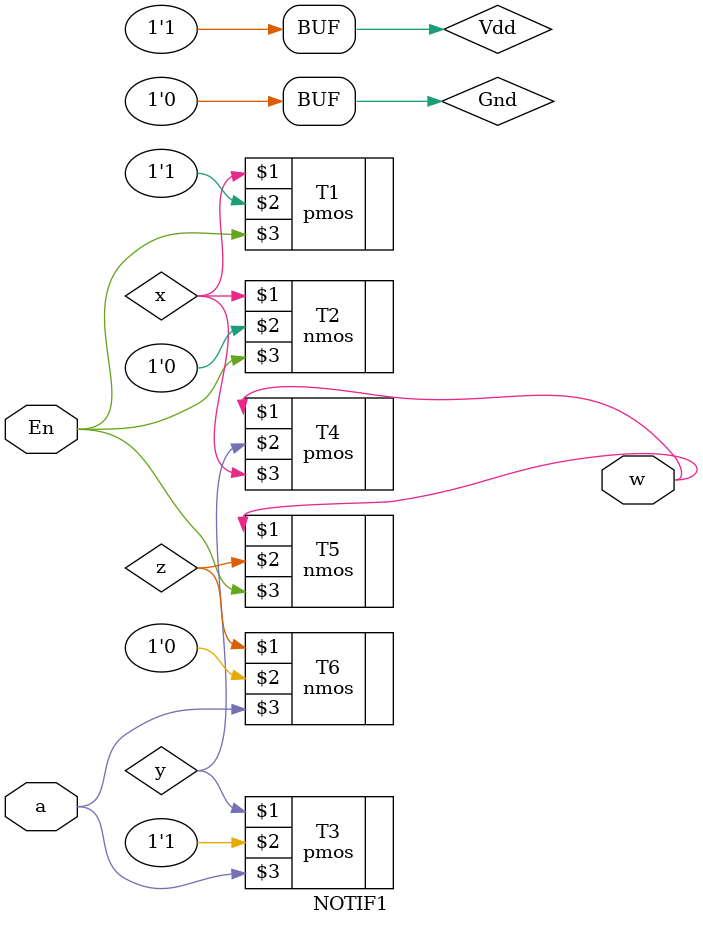
<source format=sv>
`timescale 1ns/1ns
module NOTIF1(input a,En,output w);
//Here I have defined the needed wires and supplies
  wire x,y,z;
  supply1 Vdd;
  supply0 Gnd;
//Here we connect the pmos and nmos transistors accordingly.
  pmos #(5,6,7) T1(x,Vdd,En);
  nmos #(3,4,5) T2(x,Gnd,En);
  pmos #(5,6,7) T3(y,Vdd,a);
  pmos #(5,6,7) T4(w,y,x);
  nmos #(3,4,5) T5(w,z,En);
  nmos #(3,4,5) T6(z,Gnd,a);
endmodule

</source>
